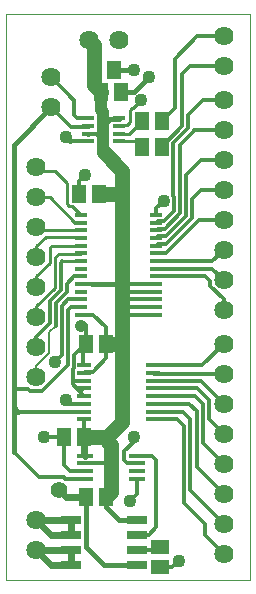
<source format=gtl>
G75*
%MOIN*%
%OFA0B0*%
%FSLAX25Y25*%
%IPPOS*%
%LPD*%
%AMOC8*
5,1,8,0,0,1.08239X$1,22.5*
%
%ADD10C,0.00000*%
%ADD11R,0.05906X0.05118*%
%ADD12C,0.06400*%
%ADD13R,0.05118X0.05906*%
%ADD14R,0.06890X0.02559*%
%ADD15R,0.05709X0.01654*%
%ADD16R,0.04724X0.01378*%
%ADD17R,0.04331X0.01772*%
%ADD18R,0.03937X0.01181*%
%ADD19C,0.01200*%
%ADD20C,0.00800*%
%ADD21C,0.01000*%
%ADD22C,0.01600*%
%ADD23C,0.02400*%
%ADD24C,0.05543*%
%ADD25C,0.04362*%
%ADD26C,0.04165*%
%ADD27C,0.05000*%
%ADD28C,0.04000*%
D10*
X0001931Y0001000D02*
X0001931Y0189701D01*
X0083102Y0189701D01*
X0083102Y0001000D01*
X0001931Y0001000D01*
D11*
X0053181Y0005154D03*
X0053181Y0011846D03*
D12*
X0074431Y0009750D03*
X0074431Y0019750D03*
X0074431Y0029750D03*
X0074431Y0039750D03*
X0074431Y0049750D03*
X0074431Y0059750D03*
X0074431Y0069750D03*
X0074431Y0079750D03*
X0074431Y0091000D03*
X0074431Y0101000D03*
X0074431Y0111000D03*
X0074431Y0121000D03*
X0074431Y0131000D03*
X0074431Y0141000D03*
X0074431Y0151000D03*
X0074431Y0161000D03*
X0074431Y0172250D03*
X0074431Y0182250D03*
X0039431Y0181000D03*
X0029431Y0181000D03*
X0016931Y0168500D03*
X0016931Y0158500D03*
X0011931Y0138500D03*
X0011931Y0128500D03*
X0011931Y0118500D03*
X0011931Y0108500D03*
X0011931Y0098500D03*
X0011931Y0088500D03*
X0011931Y0078500D03*
X0011931Y0068500D03*
X0011931Y0021000D03*
X0011931Y0011000D03*
D13*
X0028584Y0028500D03*
X0035277Y0028500D03*
X0027777Y0048500D03*
X0021084Y0048500D03*
X0028584Y0079750D03*
X0035277Y0079750D03*
X0032777Y0129750D03*
X0026084Y0129750D03*
X0033584Y0163500D03*
X0031084Y0171000D03*
X0037777Y0171000D03*
X0040277Y0163500D03*
X0047087Y0153963D03*
X0047072Y0145413D03*
X0053765Y0145413D03*
X0053780Y0153963D03*
D14*
X0045454Y0021000D03*
X0045454Y0016000D03*
X0045454Y0011000D03*
X0045454Y0006000D03*
X0023407Y0006000D03*
X0023407Y0011000D03*
X0023407Y0016000D03*
X0023407Y0021000D03*
D15*
X0028269Y0034661D03*
X0028269Y0037220D03*
X0028269Y0039780D03*
X0028269Y0042339D03*
X0045592Y0042339D03*
X0045592Y0039780D03*
X0045592Y0037220D03*
X0045592Y0034661D03*
D16*
X0050946Y0054543D03*
X0050946Y0057102D03*
X0050946Y0059661D03*
X0050946Y0062220D03*
X0050946Y0064780D03*
X0050946Y0067339D03*
X0050946Y0069898D03*
X0050946Y0072457D03*
X0027915Y0072457D03*
X0027915Y0069898D03*
X0027915Y0067339D03*
X0027915Y0064780D03*
X0027915Y0062220D03*
X0027915Y0059661D03*
X0027915Y0057102D03*
X0027915Y0054543D03*
D17*
X0029313Y0147161D03*
X0029313Y0149720D03*
X0029313Y0152280D03*
X0029313Y0154839D03*
X0039549Y0154839D03*
X0039549Y0152280D03*
X0039549Y0149720D03*
X0039549Y0147161D03*
D18*
X0052029Y0122634D03*
X0052029Y0120075D03*
X0052029Y0117516D03*
X0052029Y0114957D03*
X0052029Y0112398D03*
X0052029Y0109839D03*
X0052029Y0107280D03*
X0052029Y0104720D03*
X0052029Y0102161D03*
X0052029Y0099602D03*
X0052029Y0097043D03*
X0052029Y0094484D03*
X0052029Y0091925D03*
X0052029Y0089366D03*
X0026832Y0089366D03*
X0026832Y0091925D03*
X0026832Y0094484D03*
X0026832Y0097043D03*
X0026832Y0099602D03*
X0026832Y0102161D03*
X0026832Y0104720D03*
X0026832Y0107280D03*
X0026832Y0109839D03*
X0026832Y0112398D03*
X0026832Y0114957D03*
X0026832Y0117516D03*
X0026832Y0120075D03*
X0026832Y0122634D03*
D19*
X0026084Y0129750D02*
X0026084Y0133904D01*
X0028181Y0136000D01*
X0029313Y0147161D02*
X0023269Y0147161D01*
X0023424Y0152006D02*
X0029686Y0152006D01*
X0029413Y0152280D01*
X0029313Y0152280D01*
X0029313Y0154839D02*
X0025592Y0154839D01*
X0024431Y0156000D01*
X0024431Y0160796D01*
X0023251Y0161976D01*
X0023251Y0162180D01*
X0016931Y0168500D01*
X0016931Y0158500D02*
X0023424Y0152006D01*
X0029313Y0149720D02*
X0029386Y0149647D01*
X0032141Y0149647D01*
X0020710Y0107280D02*
X0020131Y0106700D01*
X0020131Y0097649D01*
X0016531Y0094049D01*
X0016531Y0086595D01*
X0011931Y0081995D01*
X0011931Y0078500D01*
X0018181Y0073500D02*
X0020535Y0075854D01*
X0020535Y0092396D01*
X0022623Y0094484D01*
X0026832Y0094484D01*
X0026832Y0091925D02*
X0023460Y0091925D01*
X0022535Y0091000D01*
X0022535Y0072599D01*
X0013836Y0063900D01*
X0010025Y0063900D01*
X0009175Y0064750D01*
X0004431Y0064750D01*
X0005828Y0057102D02*
X0027915Y0057102D01*
X0027915Y0054543D02*
X0027915Y0048638D01*
X0027777Y0048500D01*
X0028269Y0039780D02*
X0035710Y0039780D01*
X0036931Y0041000D01*
X0041338Y0040873D02*
X0041338Y0043804D01*
X0044431Y0046897D01*
X0044431Y0048500D01*
X0045592Y0042339D02*
X0045681Y0042250D01*
X0050681Y0042250D01*
X0051931Y0041000D01*
X0051931Y0018500D01*
X0049431Y0016000D01*
X0045454Y0016000D01*
X0045454Y0011000D02*
X0052334Y0011000D01*
X0053181Y0011846D01*
X0053181Y0005154D02*
X0057334Y0005154D01*
X0059431Y0007250D01*
X0068181Y0019750D02*
X0061181Y0026750D01*
X0061181Y0052250D01*
X0058887Y0054543D01*
X0050946Y0054543D01*
X0050946Y0057102D02*
X0060828Y0057102D01*
X0063181Y0054750D01*
X0063181Y0031000D01*
X0074431Y0019750D01*
X0068181Y0016000D02*
X0074431Y0009750D01*
X0068181Y0016000D02*
X0068181Y0019750D01*
X0074431Y0029750D02*
X0065431Y0038750D01*
X0065431Y0057250D01*
X0063019Y0059661D01*
X0050946Y0059661D01*
X0050946Y0062220D02*
X0064960Y0062220D01*
X0067431Y0059750D01*
X0067431Y0046750D01*
X0074431Y0039750D01*
X0074431Y0049750D02*
X0069431Y0054750D01*
X0069431Y0061000D01*
X0065651Y0064780D01*
X0050946Y0064780D01*
X0050946Y0067339D02*
X0066842Y0067339D01*
X0074431Y0059750D01*
X0074431Y0069750D02*
X0051094Y0069750D01*
X0050946Y0069898D01*
X0050946Y0072457D02*
X0067137Y0072457D01*
X0074431Y0079750D01*
X0074431Y0091000D02*
X0074431Y0094495D01*
X0069831Y0099095D01*
X0069831Y0100600D01*
X0068181Y0102250D01*
X0052118Y0102250D01*
X0052029Y0102161D01*
X0052029Y0104720D02*
X0070710Y0104720D01*
X0074431Y0101000D01*
X0070710Y0107280D02*
X0074431Y0111000D01*
X0070710Y0107280D02*
X0052029Y0107280D01*
X0052029Y0109839D02*
X0055087Y0109839D01*
X0066248Y0121000D01*
X0074431Y0121000D01*
X0074431Y0131000D02*
X0066931Y0131000D01*
X0064012Y0128081D01*
X0064012Y0121592D01*
X0055376Y0112957D01*
X0052588Y0112957D01*
X0052029Y0112398D01*
X0052029Y0114957D02*
X0052588Y0115516D01*
X0055107Y0115516D01*
X0062012Y0122421D01*
X0062012Y0136081D01*
X0066931Y0141000D01*
X0074431Y0141000D01*
X0074431Y0151000D02*
X0064681Y0151000D01*
X0064681Y0150672D01*
X0060012Y0146003D01*
X0060012Y0123249D01*
X0054837Y0118075D01*
X0052588Y0118075D01*
X0052029Y0117516D01*
X0052029Y0120075D02*
X0052588Y0120634D01*
X0054568Y0120634D01*
X0058012Y0124078D01*
X0058012Y0128733D01*
X0057724Y0129021D01*
X0057724Y0146544D01*
X0062681Y0151500D01*
X0062681Y0156000D01*
X0067681Y0161000D01*
X0074431Y0161000D01*
X0074431Y0172250D02*
X0063181Y0172250D01*
X0060681Y0169750D01*
X0060681Y0152329D01*
X0053765Y0145413D01*
X0053780Y0153963D02*
X0058181Y0158364D01*
X0058181Y0174750D01*
X0065681Y0182250D01*
X0074431Y0182250D01*
X0054431Y0127250D02*
X0052029Y0124848D01*
X0052029Y0122634D01*
X0052029Y0099602D02*
X0042078Y0099602D01*
X0041931Y0099750D01*
X0040681Y0099750D01*
X0040887Y0097043D02*
X0052029Y0097043D01*
X0052029Y0094484D02*
X0040946Y0094484D01*
X0040681Y0094750D01*
X0041005Y0091925D02*
X0052029Y0091925D01*
X0052029Y0089366D02*
X0041547Y0089366D01*
X0035277Y0085154D02*
X0035277Y0079750D01*
X0035277Y0074788D01*
X0030857Y0070368D01*
X0028385Y0070368D01*
X0027915Y0069898D01*
X0027915Y0072457D02*
X0027608Y0072764D01*
X0027608Y0079073D01*
X0028285Y0079750D01*
X0028584Y0079750D01*
X0028584Y0086000D01*
X0026832Y0089366D02*
X0031065Y0089366D01*
X0035277Y0085154D01*
X0030681Y0099750D02*
X0026980Y0099750D01*
X0026832Y0099602D01*
X0026832Y0102161D02*
X0024542Y0102161D01*
X0022131Y0099750D01*
X0022131Y0096821D01*
X0018531Y0093221D01*
X0018531Y0085766D01*
X0027608Y0079073D02*
X0024535Y0076000D01*
X0024535Y0071770D01*
X0024153Y0071388D01*
X0024153Y0067250D01*
X0027826Y0067250D01*
X0027915Y0067339D01*
X0027915Y0064780D02*
X0026635Y0063500D01*
X0025681Y0064455D01*
X0025681Y0064750D01*
X0024153Y0066278D01*
X0024153Y0067250D01*
X0026635Y0063500D02*
X0027915Y0062220D01*
X0027915Y0059661D02*
X0023269Y0059661D01*
X0021931Y0061000D01*
X0021084Y0048500D02*
X0014431Y0048500D01*
X0004431Y0043500D02*
X0012759Y0035172D01*
X0021159Y0035172D01*
X0021669Y0034661D01*
X0028269Y0034661D01*
X0028269Y0037220D02*
X0023210Y0037220D01*
X0021084Y0039346D01*
X0021084Y0048500D01*
X0041338Y0040873D02*
X0042158Y0040053D01*
X0045319Y0040053D01*
X0045592Y0039780D01*
X0045592Y0034661D02*
X0045592Y0029661D01*
X0043181Y0027250D01*
D20*
X0028584Y0086000D02*
X0026955Y0085734D01*
X0018531Y0085766D02*
X0016331Y0083566D01*
X0016331Y0076677D01*
X0011931Y0072277D01*
X0011931Y0068500D01*
D21*
X0011931Y0088500D02*
X0011931Y0092136D01*
X0018231Y0098436D01*
X0018231Y0108550D01*
X0019431Y0109750D01*
X0026744Y0109750D01*
X0026832Y0109839D01*
X0026685Y0112250D02*
X0026832Y0112398D01*
X0026685Y0112250D02*
X0016931Y0112250D01*
X0016431Y0111750D01*
X0016431Y0106636D01*
X0011931Y0102136D01*
X0011931Y0098500D01*
X0011931Y0108500D02*
X0011931Y0112136D01*
X0015113Y0115318D01*
X0026471Y0115318D01*
X0026832Y0114957D01*
X0026832Y0117516D02*
X0012915Y0117516D01*
X0011931Y0118500D01*
X0011931Y0128500D02*
X0016569Y0128500D01*
X0024994Y0120075D01*
X0026832Y0120075D01*
X0026832Y0122634D02*
X0023969Y0125497D01*
X0022987Y0125497D01*
X0022225Y0126259D01*
X0022225Y0133206D01*
X0018181Y0137250D01*
X0013181Y0137250D01*
X0011931Y0138500D01*
X0020710Y0107280D02*
X0020031Y0106600D01*
X0020710Y0107280D02*
X0026832Y0107280D01*
X0039549Y0147161D02*
X0045323Y0147161D01*
X0047072Y0145413D01*
X0042844Y0149720D02*
X0047087Y0153963D01*
X0044147Y0158216D02*
X0046931Y0161000D01*
X0044147Y0158216D02*
X0043990Y0158216D01*
X0043228Y0157455D01*
X0043228Y0153628D01*
X0042253Y0152653D01*
X0039922Y0152653D01*
X0039549Y0152280D01*
X0039379Y0152280D01*
X0039549Y0149720D02*
X0042844Y0149720D01*
D22*
X0039476Y0154765D02*
X0039549Y0154839D01*
X0039476Y0154765D02*
X0036721Y0154765D01*
X0035455Y0153500D01*
X0034278Y0153500D01*
X0032141Y0149647D02*
X0033288Y0148500D01*
X0034278Y0148500D01*
X0029386Y0149647D02*
X0029313Y0149720D01*
X0023269Y0147161D02*
X0021931Y0148500D01*
X0016931Y0158500D02*
X0004431Y0146000D01*
X0004431Y0064750D01*
X0004431Y0058500D01*
X0005828Y0057102D01*
X0004431Y0058500D02*
X0004431Y0043500D01*
X0028584Y0028500D02*
X0028584Y0011846D01*
X0034431Y0006000D01*
X0045454Y0006000D01*
X0045454Y0021000D02*
X0039431Y0021000D01*
X0035277Y0025154D01*
X0035277Y0028500D01*
X0040681Y0088500D02*
X0041547Y0089366D01*
X0041005Y0091925D02*
X0040681Y0092250D01*
X0040681Y0094750D02*
X0041931Y0094750D01*
X0042196Y0094484D01*
X0040887Y0097043D02*
X0040681Y0097250D01*
X0040533Y0099602D02*
X0040681Y0099750D01*
X0030681Y0099750D01*
X0040277Y0163500D02*
X0044431Y0163500D01*
X0049431Y0168500D01*
X0044431Y0171000D02*
X0037777Y0171000D01*
D23*
X0027777Y0048500D02*
X0027777Y0042831D01*
X0028269Y0042339D01*
X0028584Y0028500D02*
X0021931Y0028500D01*
X0019431Y0031000D01*
X0023407Y0021000D02*
X0011931Y0021000D01*
X0016931Y0016000D01*
X0023407Y0016000D01*
X0023407Y0021000D01*
X0023407Y0011000D02*
X0011931Y0011000D01*
X0016931Y0006000D01*
X0023407Y0006000D01*
X0023407Y0011000D01*
D24*
X0019431Y0031000D03*
D25*
X0014431Y0048500D03*
X0021931Y0061000D03*
X0018181Y0073500D03*
X0043181Y0027250D03*
X0044431Y0048500D03*
X0059431Y0007250D03*
X0054431Y0127250D03*
X0046931Y0161000D03*
X0049431Y0168500D03*
X0044431Y0171000D03*
X0028181Y0136000D03*
X0021931Y0148500D03*
D26*
X0026955Y0085734D03*
D27*
X0035277Y0079750D02*
X0040681Y0079750D01*
X0040681Y0053500D01*
X0035681Y0048500D01*
X0027777Y0048500D01*
X0034431Y0048500D01*
X0036931Y0046000D01*
X0036931Y0041000D01*
X0036931Y0030154D01*
X0035277Y0028500D01*
X0040681Y0079750D02*
X0040681Y0088500D01*
X0040681Y0092250D01*
X0040681Y0094750D01*
X0040681Y0097250D01*
X0040681Y0099750D01*
X0040681Y0129750D01*
X0032777Y0129750D01*
X0040681Y0137250D02*
X0034431Y0143500D01*
X0040681Y0137250D02*
X0040681Y0129750D01*
X0033584Y0163500D02*
X0031084Y0166000D01*
X0031084Y0171000D01*
X0031084Y0179346D01*
X0029431Y0181000D01*
D28*
X0033584Y0163500D02*
X0033584Y0157578D01*
X0034278Y0156884D01*
X0034278Y0153500D01*
X0034278Y0148500D01*
X0034278Y0143653D01*
X0034431Y0143500D01*
M02*

</source>
